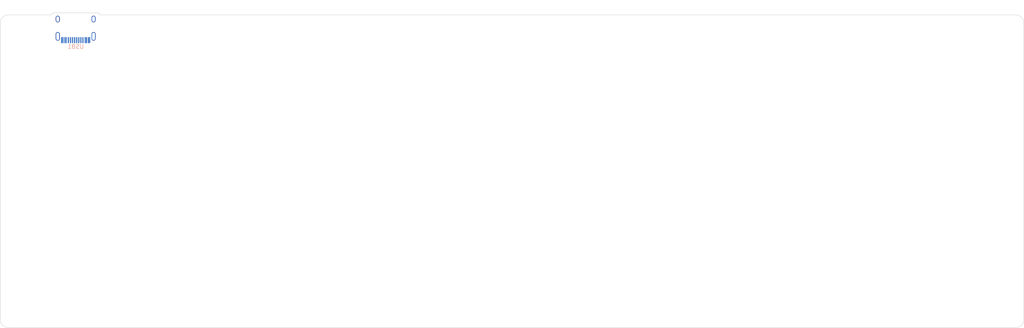
<source format=kicad_pcb>
(kicad_pcb (version 20240108) (generator "pcbnew") (generator_version "8.0")
  (layers (0 "F.Cu" signal) (31 "B.Cu" signal) (34 "B.Paste" user) (35 "F.Paste" user) (36 "B.SilkS" user "B.Silkscreen") (37 "F.SilkS" user "F.Silkscreen") (38 "B.Mask" user) (39 "F.Mask" user) (44 "Edge.Cuts" user))
  (net 0 "")
  (net 1 "GND")
  (net 2 "D-")
  (net 3 "D+")
  (net 4 "VCC")
  (net 5 "Earth")
  (net 6 "Net-(USB1-CC2)")
  (net 7 "Net-(USB1-CC1)")
  (footprint "Type-C.pretty-master:HRO-TYPE-C-31-M-12-Assembly" (layer "B.Cu") (at 143.1925 170.9674)
    (property "Reference" "USB1" (at 0 9.25 180) (layer "B.SilkS") (effects (justify mirror)))
    (property "Value" "HRO-TYPE-C-31-M-12")
    (pad "" np_thru_hole circle (at -2.89 6.25) (size 0.65 0.65) (drill 0.65) (layers "*.Cu" "*.Mask"))
    (pad "" np_thru_hole circle (at 2.89 6.25) (size 0.65 0.65) (drill 0.65) (layers "*.Cu" "*.Mask"))
    (pad "1" smd rect (at -3.225 7.695) (size 0.6 1.45) (layers "B.Cu" "B.Paste" "B.Mask") (net 1 "GND"))
    (pad "2" smd rect (at -2.45 7.695) (size 0.6 1.45) (layers "B.Cu" "B.Paste" "B.Mask") (net 4 "VCC"))
    (pad "3" smd rect (at -1.75 7.695) (size 0.3 1.45) (layers "B.Cu" "B.Paste" "B.Mask"))
    (pad "4" smd rect (at -1.25 7.695) (size 0.3 1.45) (layers "B.Cu" "B.Paste" "B.Mask") (net 7 "Net-(USB1-CC1)"))
    (pad "5" smd rect (at -0.75 7.695) (size 0.3 1.45) (layers "B.Cu" "B.Paste" "B.Mask") (net 2 "D-"))
    (pad "6" smd rect (at -0.25 7.695) (size 0.3 1.45) (layers "B.Cu" "B.Paste" "B.Mask") (net 3 "D+"))
    (pad "7" smd rect (at 0.25 7.695) (size 0.3 1.45) (layers "B.Cu" "B.Paste" "B.Mask") (net 2 "D-"))
    (pad "8" smd rect (at 0.75 7.695) (size 0.3 1.45) (layers "B.Cu" "B.Paste" "B.Mask") (net 3 "D+"))
    (pad "9" smd rect (at 1.25 7.695) (size 0.3 1.45) (layers "B.Cu" "B.Paste" "B.Mask"))
    (pad "10" smd rect (at 1.75 7.695) (size 0.3 1.45) (layers "B.Cu" "B.Paste" "B.Mask") (net 6 "Net-(USB1-CC2)"))
    (pad "11" smd rect (at 2.45 7.695) (size 0.6 1.45) (layers "B.Cu" "B.Paste" "B.Mask") (net 4 "VCC"))
    (pad "12" smd rect (at 3.225 7.695) (size 0.6 1.45) (layers "B.Cu" "B.Paste" "B.Mask") (net 1 "GND"))
    (pad "13" thru_hole oval (at -4.32 2.6) (size 1 1.6) (drill oval 0.6 1.2) (layers "*.Cu" "*.Mask") (net 5 "Earth"))
    (pad "13" thru_hole oval (at -4.32 6.78) (size 1 2.1) (drill oval 0.6 1.7) (layers "*.Cu" "*.Mask") (net 5 "Earth"))
    (pad "13" thru_hole oval (at 4.32 2.6) (size 1 1.6) (drill oval 0.6 1.2) (layers "*.Cu" "*.Mask") (net 5 "Earth"))
    (pad "13" thru_hole oval (at 4.32 6.78) (size 1 2.1) (drill oval 0.6 1.7) (layers "*.Cu" "*.Mask") (net 5 "Earth"))
  )
  (gr_arc (start 371.89375 246.11875) (mid 371.307964 247.532964) (end 369.89375 248.11875) (stroke (width 0.1)) (layer "Edge.Cuts"))
  (gr_line (start 371.89375 246.11875) (end 371.89375 174.56875) (stroke (width 0.1)) (layer "Edge.Cuts"))
  (gr_line (start 126.99375 248.11875) (end 369.89375 248.11875) (stroke (width 0.1)) (layer "Edge.Cuts"))
  (gr_arc (start 149.19375 172.56875) (mid 148.840197 172.422303) (end 148.69375 172.06875) (stroke (width 0.1)) (layer "Edge.Cuts"))
  (gr_arc (start 124.99375 174.56875) (mid 125.579536 173.154536) (end 126.99375 172.56875) (stroke (width 0.1)) (layer "Edge.Cuts"))
  (gr_line (start 137.19375 172.56875) (end 126.99375 172.56875) (stroke (width 0.1)) (layer "Edge.Cuts"))
  (gr_line (start 124.99375 174.56875) (end 124.99375 246.11875) (stroke (width 0.1)) (layer "Edge.Cuts"))
  (gr_line (start 148.69375 172.06875) (end 137.69375 172.06875) (stroke (width 0.1)) (layer "Edge.Cuts"))
  (gr_line (start 369.89375 172.56875) (end 149.19375 172.56875) (stroke (width 0.1)) (layer "Edge.Cuts"))
  (gr_arc (start 126.99375 248.11875) (mid 125.579536 247.532964) (end 124.99375 246.11875) (stroke (width 0.1)) (layer "Edge.Cuts"))
  (gr_arc (start 137.69375 172.06875) (mid 137.547303 172.422303) (end 137.19375 172.56875) (stroke (width 0.1)) (layer "Edge.Cuts"))
  (gr_arc (start 369.89375 172.56875) (mid 371.307964 173.154536) (end 371.89375 174.56875) (stroke (width 0.1)) (layer "Edge.Cuts"))
)
</source>
